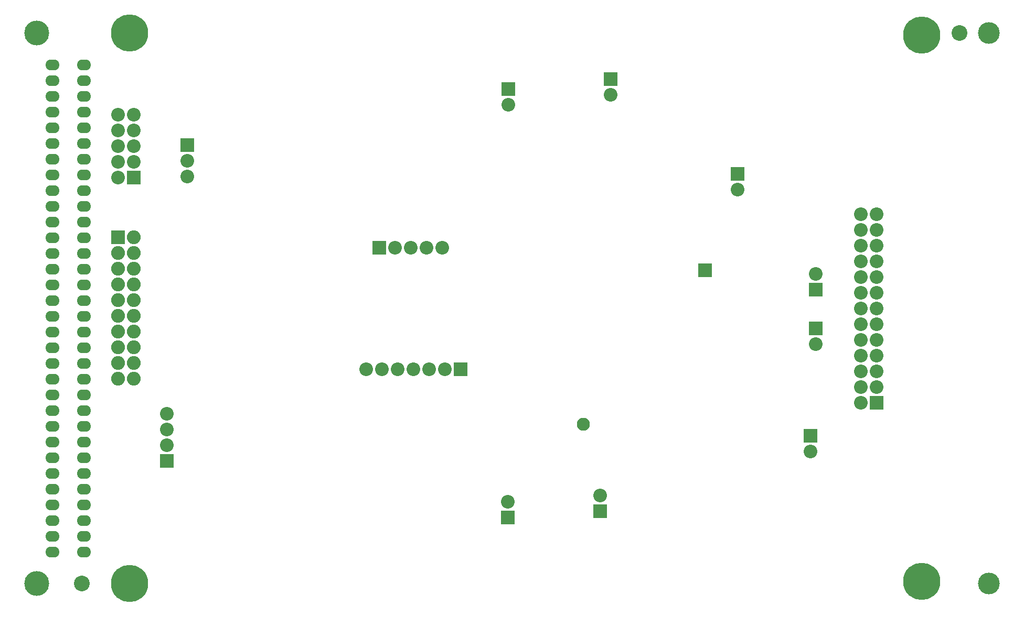
<source format=gbs>
G04 #@! TF.FileFunction,Soldermask,Bot*
%FSLAX46Y46*%
G04 Gerber Fmt 4.6, Leading zero omitted, Abs format (unit mm)*
G04 Created by KiCad (PCBNEW no-vcs-found-product) date Mon Sep  4 09:08:35 2017*
%MOMM*%
%LPD*%
G01*
G04 APERTURE LIST*
%ADD10C,0.150000*%
%ADD11R,2.235200X2.235200*%
%ADD12O,2.235200X2.235200*%
%ADD13C,6.008000*%
%ADD14O,2.308000X1.708000*%
%ADD15C,3.508000*%
%ADD16C,4.008000*%
%ADD17R,2.208000X2.208000*%
%ADD18O,2.208000X2.208000*%
%ADD19C,2.108000*%
%ADD20C,2.540000*%
G04 APERTURE END LIST*
D10*
D11*
X37226000Y-65140000D03*
D12*
X39766000Y-65140000D03*
X37226000Y-67680000D03*
X39766000Y-67680000D03*
X37226000Y-70220000D03*
X39766000Y-70220000D03*
X37226000Y-72760000D03*
X39766000Y-72760000D03*
X37226000Y-75300000D03*
X39766000Y-75300000D03*
X37226000Y-77840000D03*
X39766000Y-77840000D03*
X37226000Y-80380000D03*
X39766000Y-80380000D03*
X37226000Y-82920000D03*
X39766000Y-82920000D03*
X37226000Y-85460000D03*
X39766000Y-85460000D03*
X37226000Y-88000000D03*
X39766000Y-88000000D03*
D13*
X166946900Y-32512000D03*
X39096000Y-32170000D03*
X39096000Y-121170000D03*
D14*
X26636000Y-116090000D03*
D15*
X177766000Y-121170000D03*
X177766000Y-32170000D03*
D16*
X24096000Y-121170000D03*
X24096000Y-32170000D03*
D14*
X31716000Y-116090000D03*
X31716000Y-113550000D03*
X31716000Y-111010000D03*
X31716000Y-108470000D03*
X31716000Y-105930000D03*
X31716000Y-103390000D03*
X31716000Y-100850000D03*
X31716000Y-98310000D03*
X31716000Y-95770000D03*
X31716000Y-93230000D03*
X31716000Y-90690000D03*
X31716000Y-88150000D03*
X31716000Y-85610000D03*
X31716000Y-83070000D03*
X31716000Y-80530000D03*
X31716000Y-77990000D03*
X31716000Y-75450000D03*
X31716000Y-72910000D03*
X31716000Y-70370000D03*
X31716000Y-67830000D03*
X31716000Y-65290000D03*
X31716000Y-62750000D03*
X31716000Y-60210000D03*
X31716000Y-57670000D03*
X31716000Y-55130000D03*
X31716000Y-52590000D03*
X31716000Y-50050000D03*
X31716000Y-47510000D03*
X31716000Y-44970000D03*
X31716000Y-42430000D03*
X31716000Y-39890000D03*
X31716000Y-37350000D03*
X26636000Y-113550000D03*
X26636000Y-111010000D03*
X26636000Y-108470000D03*
X26636000Y-105930000D03*
X26636000Y-103390000D03*
X26636000Y-100850000D03*
X26636000Y-98310000D03*
X26636000Y-95770000D03*
X26636000Y-93230000D03*
X26636000Y-90690000D03*
X26636000Y-88150000D03*
X26636000Y-85610000D03*
X26636000Y-83070000D03*
X26636000Y-80530000D03*
X26636000Y-77990000D03*
X26636000Y-75450000D03*
X26636000Y-72910000D03*
X26636000Y-70370000D03*
X26636000Y-67830000D03*
X26636000Y-65290000D03*
X26636000Y-62750000D03*
X26636000Y-60210000D03*
X26636000Y-57670000D03*
X26636000Y-55130000D03*
X26636000Y-52590000D03*
X26636000Y-50050000D03*
X26636000Y-47510000D03*
X26636000Y-44970000D03*
X26636000Y-42430000D03*
X26636000Y-39890000D03*
X26636000Y-37350000D03*
D13*
X166946900Y-120828000D03*
D17*
X115000000Y-109470000D03*
D18*
X115000000Y-106930000D03*
D17*
X100140000Y-110500000D03*
D18*
X100140000Y-107960000D03*
D17*
X39740000Y-55510000D03*
D18*
X37200000Y-55510000D03*
X39740000Y-52970000D03*
X37200000Y-52970000D03*
X39740000Y-50430000D03*
X37200000Y-50430000D03*
X39740000Y-47890000D03*
X37200000Y-47890000D03*
X39740000Y-45350000D03*
X37200000Y-45350000D03*
D17*
X45085000Y-101346000D03*
D18*
X45085000Y-98806000D03*
X45085000Y-96266000D03*
X45085000Y-93726000D03*
D17*
X48360000Y-50290000D03*
D18*
X48360000Y-52830000D03*
X48360000Y-55370000D03*
D17*
X149800000Y-79920000D03*
D18*
X149800000Y-82460000D03*
D17*
X92456000Y-86487000D03*
D18*
X89916000Y-86487000D03*
X87376000Y-86487000D03*
X84836000Y-86487000D03*
X82296000Y-86487000D03*
X79756000Y-86487000D03*
X77216000Y-86487000D03*
D17*
X148971000Y-97282000D03*
D18*
X148971000Y-99822000D03*
D17*
X100200000Y-41220000D03*
D18*
X100200000Y-43760000D03*
D17*
X131960000Y-70520000D03*
X137223500Y-54927500D03*
D18*
X137223500Y-57467500D03*
D17*
X116713000Y-39624000D03*
D18*
X116713000Y-42164000D03*
D17*
X149800000Y-73600000D03*
D18*
X149800000Y-71060000D03*
D17*
X79380000Y-66890000D03*
D18*
X81920000Y-66890000D03*
X84460000Y-66890000D03*
X87000000Y-66890000D03*
X89540000Y-66890000D03*
D19*
X112290000Y-95430000D03*
D20*
X173010000Y-32160000D03*
X31330000Y-121170000D03*
D17*
X159639000Y-91897200D03*
D18*
X157099000Y-91897200D03*
X159639000Y-89357200D03*
X157099000Y-89357200D03*
X159639000Y-86817200D03*
X157099000Y-86817200D03*
X159639000Y-84277200D03*
X157099000Y-84277200D03*
X159639000Y-81737200D03*
X157099000Y-81737200D03*
X159639000Y-79197200D03*
X157099000Y-79197200D03*
X159639000Y-76657200D03*
X157099000Y-76657200D03*
X159639000Y-74117200D03*
X157099000Y-74117200D03*
X159639000Y-71577200D03*
X157099000Y-71577200D03*
X159639000Y-69037200D03*
X157099000Y-69037200D03*
X159639000Y-66497200D03*
X157099000Y-66497200D03*
X159639000Y-63957200D03*
X157099000Y-63957200D03*
X159639000Y-61417200D03*
X157099000Y-61417200D03*
M02*

</source>
